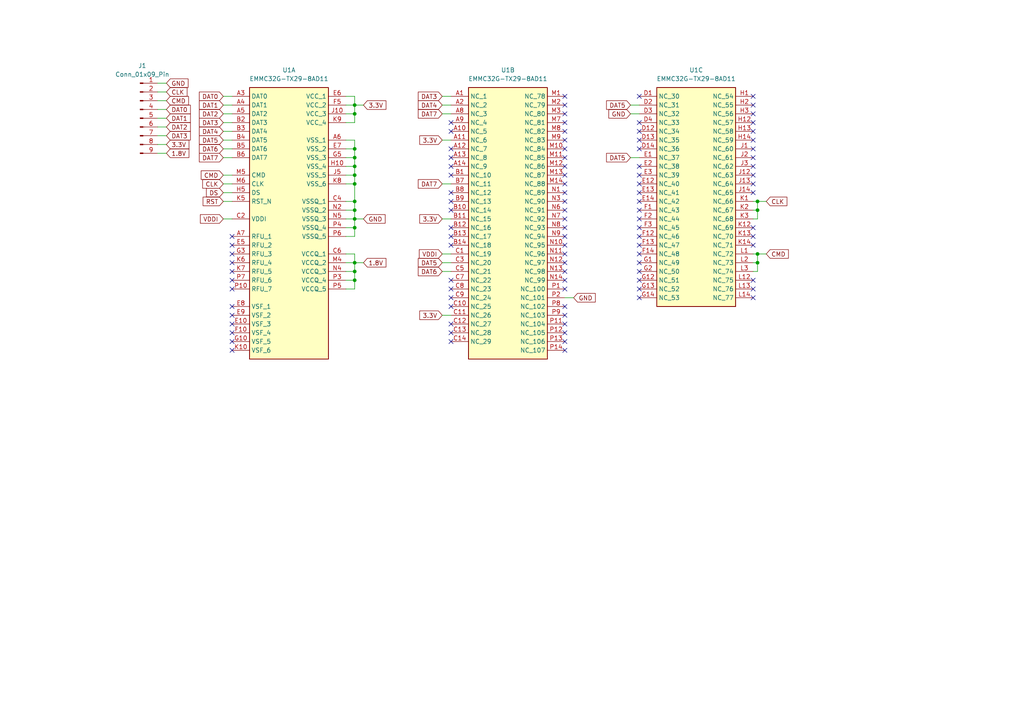
<source format=kicad_sch>
(kicad_sch (version 20231120) (generator "eeschema") (generator_version "8.0")
  (paper "A4")
  (lib_symbols
    (symbol "Connector:Conn_01x09_Pin" (pin_names (offset 1.016) hide)
      (property "Reference" "J" (at 0 12.7 0))
      (property "Value" "Conn_01x09_Pin" (at 0 -12.7 0))
      (symbol "Conn_01x09_Pin_1_1"
        (pin passive line (at 5.08 10.16 180) (length 3.81) (name "Pin_1") (number "1"))
        (pin passive line (at 5.08 7.62 180) (length 3.81) (name "Pin_2") (number "2"))
        (pin passive line (at 5.08 5.08 180) (length 3.81) (name "Pin_3") (number "3"))
        (pin passive line (at 5.08 2.54 180) (length 3.81) (name "Pin_4") (number "4"))
        (pin passive line (at 5.08 0 180) (length 3.81) (name "Pin_5") (number "5"))
        (pin passive line (at 5.08 -2.54 180) (length 3.81) (name "Pin_6") (number "6"))
        (pin passive line (at 5.08 -5.08 180) (length 3.81) (name "Pin_7") (number "7"))
        (pin passive line (at 5.08 -7.62 180) (length 3.81) (name "Pin_8") (number "8"))
        (pin passive line (at 5.08 -10.16 180) (length 3.81) (name "Pin_9") (number "9"))
      )
    )
    (symbol "EMMC32G-Switch-Simplified:EMMC32G-TX29-8AD11"
      (property "Reference" "U" (at -0.254 5.08 0))
      (property "Value" "EMMC32G-TX29-8AD11" (at -0.254 2.54 0))
      (symbol "EMMC32G-TX29-8AD11_1_1"
        (pin passive line (at -5.08 -2.54 0) (length 5.08) (name "DAT0") (number "A3"))
        (pin passive line (at -5.08 -5.08 0) (length 5.08) (name "DAT1") (number "A4"))
        (pin passive line (at -5.08 -7.62 0) (length 5.08) (name "DAT2") (number "A5"))
        (pin passive line (at 27.94 -15.24 180) (length 5.08) (name "VSS_1") (number "A6"))
        (pin passive line (at -5.08 -43.18 0) (length 5.08) (name "RFU_1") (number "A7"))
        (pin passive line (at -5.08 -10.16 0) (length 5.08) (name "DAT3") (number "B2"))
        (pin passive line (at -5.08 -12.7 0) (length 5.08) (name "DAT4") (number "B3"))
        (pin passive line (at -5.08 -15.24 0) (length 5.08) (name "DAT5") (number "B4"))
        (pin passive line (at -5.08 -17.78 0) (length 5.08) (name "DAT6") (number "B5"))
        (pin passive line (at -5.08 -20.32 0) (length 5.08) (name "DAT7") (number "B6"))
        (pin passive line (at -5.08 -38.1 0) (length 5.08) (name "VDDI") (number "C2"))
        (pin passive line (at 27.94 -33.02 180) (length 5.08) (name "VSSQ_1") (number "C4"))
        (pin passive line (at 27.94 -48.26 180) (length 5.08) (name "VCCQ_1") (number "C6"))
        (pin passive line (at -5.08 -68.58 0) (length 5.08) (name "VSF_3") (number "E10"))
        (pin passive line (at -5.08 -45.72 0) (length 5.08) (name "RFU_2") (number "E5"))
        (pin passive line (at 27.94 -2.54 180) (length 5.08) (name "VCC_1") (number "E6"))
        (pin passive line (at 27.94 -17.78 180) (length 5.08) (name "VSS_2") (number "E7"))
        (pin passive line (at -5.08 -63.5 0) (length 5.08) (name "VSF_1") (number "E8"))
        (pin passive line (at -5.08 -66.04 0) (length 5.08) (name "VSF_2") (number "E9"))
        (pin passive line (at -5.08 -71.12 0) (length 5.08) (name "VSF_4") (number "F10"))
        (pin passive line (at 27.94 -5.08 180) (length 5.08) (name "VCC_2") (number "F5"))
        (pin passive line (at -5.08 -73.66 0) (length 5.08) (name "VSF_5") (number "G10"))
        (pin passive line (at -5.08 -48.26 0) (length 5.08) (name "RFU_3") (number "G3"))
        (pin passive line (at 27.94 -20.32 180) (length 5.08) (name "VSS_3") (number "G5"))
        (pin passive line (at 27.94 -22.86 180) (length 5.08) (name "VSS_4") (number "H10"))
        (pin passive line (at -5.08 -30.48 0) (length 5.08) (name "DS") (number "H5"))
        (pin passive line (at 27.94 -7.62 180) (length 5.08) (name "VCC_3") (number "J10"))
        (pin passive line (at 27.94 -25.4 180) (length 5.08) (name "VSS_5") (number "J5"))
        (pin passive line (at -5.08 -76.2 0) (length 5.08) (name "VSF_6") (number "K10"))
        (pin passive line (at -5.08 -33.02 0) (length 5.08) (name "RST_N") (number "K5"))
        (pin passive line (at -5.08 -50.8 0) (length 5.08) (name "RFU_4") (number "K6"))
        (pin passive line (at -5.08 -53.34 0) (length 5.08) (name "RFU_5") (number "K7"))
        (pin passive line (at 27.94 -27.94 180) (length 5.08) (name "VSS_6") (number "K8"))
        (pin passive line (at 27.94 -10.16 180) (length 5.08) (name "VCC_4") (number "K9"))
        (pin passive line (at 27.94 -50.8 180) (length 5.08) (name "VCCQ_2") (number "M4"))
        (pin passive line (at -5.08 -25.4 0) (length 5.08) (name "CMD") (number "M5"))
        (pin passive line (at -5.08 -27.94 0) (length 5.08) (name "CLK") (number "M6"))
        (pin passive line (at 27.94 -35.56 180) (length 5.08) (name "VSSQ_2") (number "N2"))
        (pin passive line (at 27.94 -53.34 180) (length 5.08) (name "VCCQ_3") (number "N4"))
        (pin passive line (at 27.94 -38.1 180) (length 5.08) (name "VSSQ_3") (number "N5"))
        (pin passive line (at -5.08 -58.42 0) (length 5.08) (name "RFU_7") (number "P10"))
        (pin passive line (at 27.94 -55.88 180) (length 5.08) (name "VCCQ_4") (number "P3"))
        (pin passive line (at 27.94 -40.64 180) (length 5.08) (name "VSSQ_4") (number "P4"))
        (pin passive line (at 27.94 -58.42 180) (length 5.08) (name "VCCQ_5") (number "P5"))
        (pin passive line (at 27.94 -43.18 180) (length 5.08) (name "VSSQ_5") (number "P6"))
        (pin passive line (at -5.08 -55.88 0) (length 5.08) (name "RFU_6") (number "P7"))
      )
      (symbol "EMMC32G-TX29-8AD11_2_1"
        (pin passive line (at -5.08 -2.54 0) (length 5.08) (name "NC_1") (number "A1"))
        (pin passive line (at -5.08 -12.7 0) (length 5.08) (name "NC_5") (number "A10"))
        (pin passive line (at -5.08 -15.24 0) (length 5.08) (name "NC_6") (number "A11"))
        (pin passive line (at -5.08 -17.78 0) (length 5.08) (name "NC_7") (number "A12"))
        (pin passive line (at -5.08 -20.32 0) (length 5.08) (name "NC_8") (number "A13"))
        (pin passive line (at -5.08 -22.86 0) (length 5.08) (name "NC_9") (number "A14"))
        (pin passive line (at -5.08 -5.08 0) (length 5.08) (name "NC_2") (number "A2"))
        (pin passive line (at -5.08 -7.62 0) (length 5.08) (name "NC_3") (number "A8"))
        (pin passive line (at -5.08 -10.16 0) (length 5.08) (name "NC_4") (number "A9"))
        (pin passive line (at -5.08 -25.4 0) (length 5.08) (name "NC_10") (number "B1"))
        (pin passive line (at -5.08 -35.56 0) (length 5.08) (name "NC_14") (number "B10"))
        (pin passive line (at -5.08 -38.1 0) (length 5.08) (name "NC_15") (number "B11"))
        (pin passive line (at -5.08 -40.64 0) (length 5.08) (name "NC_16") (number "B12"))
        (pin passive line (at -5.08 -43.18 0) (length 5.08) (name "NC_17") (number "B13"))
        (pin passive line (at -5.08 -45.72 0) (length 5.08) (name "NC_18") (number "B14"))
        (pin passive line (at -5.08 -27.94 0) (length 5.08) (name "NC_11") (number "B7"))
        (pin passive line (at -5.08 -30.48 0) (length 5.08) (name "NC_12") (number "B8"))
        (pin passive line (at -5.08 -33.02 0) (length 5.08) (name "NC_13") (number "B9"))
        (pin passive line (at -5.08 -48.26 0) (length 5.08) (name "NC_19") (number "C1"))
        (pin passive line (at -5.08 -63.5 0) (length 5.08) (name "NC_25") (number "C10"))
        (pin passive line (at -5.08 -66.04 0) (length 5.08) (name "NC_26") (number "C11"))
        (pin passive line (at -5.08 -68.58 0) (length 5.08) (name "NC_27") (number "C12"))
        (pin passive line (at -5.08 -71.12 0) (length 5.08) (name "NC_28") (number "C13"))
        (pin passive line (at -5.08 -73.66 0) (length 5.08) (name "NC_29") (number "C14"))
        (pin passive line (at -5.08 -50.8 0) (length 5.08) (name "NC_20") (number "C3"))
        (pin passive line (at -5.08 -53.34 0) (length 5.08) (name "NC_21") (number "C5"))
        (pin passive line (at -5.08 -55.88 0) (length 5.08) (name "NC_22") (number "C7"))
        (pin passive line (at -5.08 -58.42 0) (length 5.08) (name "NC_23") (number "C8"))
        (pin passive line (at -5.08 -60.96 0) (length 5.08) (name "NC_24") (number "C9"))
        (pin passive line (at 27.94 -2.54 180) (length 5.08) (name "NC_78") (number "M1"))
        (pin passive line (at 27.94 -17.78 180) (length 5.08) (name "NC_84") (number "M10"))
        (pin passive line (at 27.94 -20.32 180) (length 5.08) (name "NC_85") (number "M11"))
        (pin passive line (at 27.94 -22.86 180) (length 5.08) (name "NC_86") (number "M12"))
        (pin passive line (at 27.94 -25.4 180) (length 5.08) (name "NC_87") (number "M13"))
        (pin passive line (at 27.94 -27.94 180) (length 5.08) (name "NC_88") (number "M14"))
        (pin passive line (at 27.94 -5.08 180) (length 5.08) (name "NC_79") (number "M2"))
        (pin passive line (at 27.94 -7.62 180) (length 5.08) (name "NC_80") (number "M3"))
        (pin passive line (at 27.94 -10.16 180) (length 5.08) (name "NC_81") (number "M7"))
        (pin passive line (at 27.94 -12.7 180) (length 5.08) (name "NC_82") (number "M8"))
        (pin passive line (at 27.94 -15.24 180) (length 5.08) (name "NC_83") (number "M9"))
        (pin passive line (at 27.94 -30.48 180) (length 5.08) (name "NC_89") (number "N1"))
        (pin passive line (at 27.94 -45.72 180) (length 5.08) (name "NC_95") (number "N10"))
        (pin passive line (at 27.94 -48.26 180) (length 5.08) (name "NC_96") (number "N11"))
        (pin passive line (at 27.94 -50.8 180) (length 5.08) (name "NC_97") (number "N12"))
        (pin passive line (at 27.94 -53.34 180) (length 5.08) (name "NC_98") (number "N13"))
        (pin passive line (at 27.94 -55.88 180) (length 5.08) (name "NC_99") (number "N14"))
        (pin passive line (at 27.94 -33.02 180) (length 5.08) (name "NC_90") (number "N3"))
        (pin passive line (at 27.94 -35.56 180) (length 5.08) (name "NC_91") (number "N6"))
        (pin passive line (at 27.94 -38.1 180) (length 5.08) (name "NC_92") (number "N7"))
        (pin passive line (at 27.94 -40.64 180) (length 5.08) (name "NC_93") (number "N8"))
        (pin passive line (at 27.94 -43.18 180) (length 5.08) (name "NC_94") (number "N9"))
        (pin passive line (at 27.94 -58.42 180) (length 5.08) (name "NC_100") (number "P1"))
        (pin passive line (at 27.94 -68.58 180) (length 5.08) (name "NC_104") (number "P11"))
        (pin passive line (at 27.94 -71.12 180) (length 5.08) (name "NC_105") (number "P12"))
        (pin passive line (at 27.94 -73.66 180) (length 5.08) (name "NC_106") (number "P13"))
        (pin passive line (at 27.94 -76.2 180) (length 5.08) (name "NC_107") (number "P14"))
        (pin passive line (at 27.94 -60.96 180) (length 5.08) (name "NC_101") (number "P2"))
        (pin passive line (at 27.94 -63.5 180) (length 5.08) (name "NC_102") (number "P8"))
        (pin passive line (at 27.94 -66.04 180) (length 5.08) (name "NC_103") (number "P9"))
      )
      (symbol "EMMC32G-TX29-8AD11_3_1"
        (pin passive line (at -5.08 -2.54 0) (length 5.08) (name "NC_30") (number "D1"))
        (pin passive line (at -5.08 -12.7 0) (length 5.08) (name "NC_34") (number "D12"))
        (pin passive line (at -5.08 -15.24 0) (length 5.08) (name "NC_35") (number "D13"))
        (pin passive line (at -5.08 -17.78 0) (length 5.08) (name "NC_36") (number "D14"))
        (pin passive line (at -5.08 -5.08 0) (length 5.08) (name "NC_31") (number "D2"))
        (pin passive line (at -5.08 -7.62 0) (length 5.08) (name "NC_32") (number "D3"))
        (pin passive line (at -5.08 -10.16 0) (length 5.08) (name "NC_33") (number "D4"))
        (pin passive line (at -5.08 -20.32 0) (length 5.08) (name "NC_37") (number "E1"))
        (pin passive line (at -5.08 -27.94 0) (length 5.08) (name "NC_40") (number "E12"))
        (pin passive line (at -5.08 -30.48 0) (length 5.08) (name "NC_41") (number "E13"))
        (pin passive line (at -5.08 -33.02 0) (length 5.08) (name "NC_42") (number "E14"))
        (pin passive line (at -5.08 -22.86 0) (length 5.08) (name "NC_38") (number "E2"))
        (pin passive line (at -5.08 -25.4 0) (length 5.08) (name "NC_39") (number "E3"))
        (pin passive line (at -5.08 -35.56 0) (length 5.08) (name "NC_43") (number "F1"))
        (pin passive line (at -5.08 -43.18 0) (length 5.08) (name "NC_46") (number "F12"))
        (pin passive line (at -5.08 -45.72 0) (length 5.08) (name "NC_47") (number "F13"))
        (pin passive line (at -5.08 -48.26 0) (length 5.08) (name "NC_48") (number "F14"))
        (pin passive line (at -5.08 -38.1 0) (length 5.08) (name "NC_44") (number "F2"))
        (pin passive line (at -5.08 -40.64 0) (length 5.08) (name "NC_45") (number "F3"))
        (pin passive line (at -5.08 -50.8 0) (length 5.08) (name "NC_49") (number "G1"))
        (pin passive line (at -5.08 -55.88 0) (length 5.08) (name "NC_51") (number "G12"))
        (pin passive line (at -5.08 -58.42 0) (length 5.08) (name "NC_52") (number "G13"))
        (pin passive line (at -5.08 -60.96 0) (length 5.08) (name "NC_53") (number "G14"))
        (pin passive line (at -5.08 -53.34 0) (length 5.08) (name "NC_50") (number "G2"))
        (pin passive line (at 27.94 -2.54 180) (length 5.08) (name "NC_54") (number "H1"))
        (pin passive line (at 27.94 -10.16 180) (length 5.08) (name "NC_57") (number "H12"))
        (pin passive line (at 27.94 -12.7 180) (length 5.08) (name "NC_58") (number "H13"))
        (pin passive line (at 27.94 -15.24 180) (length 5.08) (name "NC_59") (number "H14"))
        (pin passive line (at 27.94 -5.08 180) (length 5.08) (name "NC_55") (number "H2"))
        (pin passive line (at 27.94 -7.62 180) (length 5.08) (name "NC_56") (number "H3"))
        (pin passive line (at 27.94 -17.78 180) (length 5.08) (name "NC_60") (number "J1"))
        (pin passive line (at 27.94 -25.4 180) (length 5.08) (name "NC_63") (number "J12"))
        (pin passive line (at 27.94 -27.94 180) (length 5.08) (name "NC_64") (number "J13"))
        (pin passive line (at 27.94 -30.48 180) (length 5.08) (name "NC_65") (number "J14"))
        (pin passive line (at 27.94 -20.32 180) (length 5.08) (name "NC_61") (number "J2"))
        (pin passive line (at 27.94 -22.86 180) (length 5.08) (name "NC_62") (number "J3"))
        (pin passive line (at 27.94 -33.02 180) (length 5.08) (name "NC_66") (number "K1"))
        (pin passive line (at 27.94 -40.64 180) (length 5.08) (name "NC_69") (number "K12"))
        (pin passive line (at 27.94 -43.18 180) (length 5.08) (name "NC_70") (number "K13"))
        (pin passive line (at 27.94 -45.72 180) (length 5.08) (name "NC_71") (number "K14"))
        (pin passive line (at 27.94 -35.56 180) (length 5.08) (name "NC_67") (number "K2"))
        (pin passive line (at 27.94 -38.1 180) (length 5.08) (name "NC_68") (number "K3"))
        (pin passive line (at 27.94 -48.26 180) (length 5.08) (name "NC_72") (number "L1"))
        (pin passive line (at 27.94 -55.88 180) (length 5.08) (name "NC_75") (number "L12"))
        (pin passive line (at 27.94 -58.42 180) (length 5.08) (name "NC_76") (number "L13"))
        (pin passive line (at 27.94 -60.96 180) (length 5.08) (name "NC_77") (number "L14"))
        (pin passive line (at 27.94 -50.8 180) (length 5.08) (name "NC_73") (number "L2"))
        (pin passive line (at 27.94 -53.34 180) (length 5.08) (name "NC_74") (number "L3"))
      )
    )
    (symbol "EMMC32G-TX29-8AD11_1"
      (property "Reference" "U" (at -0.254 5.08 0))
      (property "Value" "EMMC32G-TX29-8AD11" (at -0.254 2.54 0))
      (symbol "EMMC32G-TX29-8AD11_1_1_1"
        (pin passive line (at -5.08 -2.54 0) (length 5.08) (name "DAT0") (number "A3"))
        (pin passive line (at -5.08 -5.08 0) (length 5.08) (name "DAT1") (number "A4"))
        (pin passive line (at -5.08 -7.62 0) (length 5.08) (name "DAT2") (number "A5"))
        (pin passive line (at 27.94 -15.24 180) (length 5.08) (name "VSS_1") (number "A6"))
        (pin passive line (at -5.08 -43.18 0) (length 5.08) (name "RFU_1") (number "A7"))
        (pin passive line (at -5.08 -10.16 0) (length 5.08) (name "DAT3") (number "B2"))
        (pin passive line (at -5.08 -12.7 0) (length 5.08) (name "DAT4") (number "B3"))
        (pin passive line (at -5.08 -15.24 0) (length 5.08) (name "DAT5") (number "B4"))
        (pin passive line (at -5.08 -17.78 0) (length 5.08) (name "DAT6") (number "B5"))
        (pin passive line (at -5.08 -20.32 0) (length 5.08) (name "DAT7") (number "B6"))
        (pin passive line (at -5.08 -38.1 0) (length 5.08) (name "VDDI") (number "C2"))
        (pin passive line (at 27.94 -33.02 180) (length 5.08) (name "VSSQ_1") (number "C4"))
        (pin passive line (at 27.94 -48.26 180) (length 5.08) (name "VCCQ_1") (number "C6"))
        (pin passive line (at -5.08 -68.58 0) (length 5.08) (name "VSF_3") (number "E10"))
        (pin passive line (at -5.08 -45.72 0) (length 5.08) (name "RFU_2") (number "E5"))
        (pin passive line (at 27.94 -2.54 180) (length 5.08) (name "VCC_1") (number "E6"))
        (pin passive line (at 27.94 -17.78 180) (length 5.08) (name "VSS_2") (number "E7"))
        (pin passive line (at -5.08 -63.5 0) (length 5.08) (name "VSF_1") (number "E8"))
        (pin passive line (at -5.08 -66.04 0) (length 5.08) (name "VSF_2") (number "E9"))
        (pin passive line (at -5.08 -71.12 0) (length 5.08) (name "VSF_4") (number "F10"))
        (pin passive line (at 27.94 -5.08 180) (length 5.08) (name "VCC_2") (number "F5"))
        (pin passive line (at -5.08 -73.66 0) (length 5.08) (name "VSF_5") (number "G10"))
        (pin passive line (at -5.08 -48.26 0) (length 5.08) (name "RFU_3") (number "G3"))
        (pin passive line (at 27.94 -20.32 180) (length 5.08) (name "VSS_3") (number "G5"))
        (pin passive line (at 27.94 -22.86 180) (length 5.08) (name "VSS_4") (number "H10"))
        (pin passive line (at -5.08 -30.48 0) (length 5.08) (name "DS") (number "H5"))
        (pin passive line (at 27.94 -7.62 180) (length 5.08) (name "VCC_3") (number "J10"))
        (pin passive line (at 27.94 -25.4 180) (length 5.08) (name "VSS_5") (number "J5"))
        (pin passive line (at -5.08 -76.2 0) (length 5.08) (name "VSF_6") (number "K10"))
        (pin passive line (at -5.08 -33.02 0) (length 5.08) (name "RST_N") (number "K5"))
        (pin passive line (at -5.08 -50.8 0) (length 5.08) (name "RFU_4") (number "K6"))
        (pin passive line (at -5.08 -53.34 0) (length 5.08) (name "RFU_5") (number "K7"))
        (pin passive line (at 27.94 -27.94 180) (length 5.08) (name "VSS_6") (number "K8"))
        (pin passive line (at 27.94 -10.16 180) (length 5.08) (name "VCC_4") (number "K9"))
        (pin passive line (at 27.94 -50.8 180) (length 5.08) (name "VCCQ_2") (number "M4"))
        (pin passive line (at -5.08 -25.4 0) (length 5.08) (name "CMD") (number "M5"))
        (pin passive line (at -5.08 -27.94 0) (length 5.08) (name "CLK") (number "M6"))
        (pin passive line (at 27.94 -35.56 180) (length 5.08) (name "VSSQ_2") (number "N2"))
        (pin passive line (at 27.94 -53.34 180) (length 5.08) (name "VCCQ_3") (number "N4"))
        (pin passive line (at 27.94 -38.1 180) (length 5.08) (name "VSSQ_3") (number "N5"))
        (pin passive line (at -5.08 -58.42 0) (length 5.08) (name "RFU_7") (number "P10"))
        (pin passive line (at 27.94 -55.88 180) (length 5.08) (name "VCCQ_4") (number "P3"))
        (pin passive line (at 27.94 -40.64 180) (length 5.08) (name "VSSQ_4") (number "P4"))
        (pin passive line (at 27.94 -58.42 180) (length 5.08) (name "VCCQ_5") (number "P5"))
        (pin passive line (at 27.94 -43.18 180) (length 5.08) (name "VSSQ_5") (number "P6"))
        (pin passive line (at -5.08 -55.88 0) (length 5.08) (name "RFU_6") (number "P7"))
      )
      (symbol "EMMC32G-TX29-8AD11_1_2_1"
        (pin passive line (at -5.08 -2.54 0) (length 5.08) (name "NC_1") (number "A1"))
        (pin passive line (at -5.08 -12.7 0) (length 5.08) (name "NC_5") (number "A10"))
        (pin passive line (at -5.08 -15.24 0) (length 5.08) (name "NC_6") (number "A11"))
        (pin passive line (at -5.08 -17.78 0) (length 5.08) (name "NC_7") (number "A12"))
        (pin passive line (at -5.08 -20.32 0) (length 5.08) (name "NC_8") (number "A13"))
        (pin passive line (at -5.08 -22.86 0) (length 5.08) (name "NC_9") (number "A14"))
        (pin passive line (at -5.08 -5.08 0) (length 5.08) (name "NC_2") (number "A2"))
        (pin passive line (at -5.08 -7.62 0) (length 5.08) (name "NC_3") (number "A8"))
        (pin passive line (at -5.08 -10.16 0) (length 5.08) (name "NC_4") (number "A9"))
        (pin passive line (at -5.08 -25.4 0) (length 5.08) (name "NC_10") (number "B1"))
        (pin passive line (at -5.08 -35.56 0) (length 5.08) (name "NC_14") (number "B10"))
        (pin passive line (at -5.08 -38.1 0) (length 5.08) (name "NC_15") (number "B11"))
        (pin passive line (at -5.08 -40.64 0) (length 5.08) (name "NC_16") (number "B12"))
        (pin passive line (at -5.08 -43.18 0) (length 5.08) (name "NC_17") (number "B13"))
        (pin passive line (at -5.08 -45.72 0) (length 5.08) (name "NC_18") (number "B14"))
        (pin passive line (at -5.08 -27.94 0) (length 5.08) (name "NC_11") (number "B7"))
        (pin passive line (at -5.08 -30.48 0) (length 5.08) (name "NC_12") (number "B8"))
        (pin passive line (at -5.08 -33.02 0) (length 5.08) (name "NC_13") (number "B9"))
        (pin passive line (at -5.08 -48.26 0) (length 5.08) (name "NC_19") (number "C1"))
        (pin passive line (at -5.08 -63.5 0) (length 5.08) (name "NC_25") (number "C10"))
        (pin passive line (at -5.08 -66.04 0) (length 5.08) (name "NC_26") (number "C11"))
        (pin passive line (at -5.08 -68.58 0) (length 5.08) (name "NC_27") (number "C12"))
        (pin passive line (at -5.08 -71.12 0) (length 5.08) (name "NC_28") (number "C13"))
        (pin passive line (at -5.08 -73.66 0) (length 5.08) (name "NC_29") (number "C14"))
        (pin passive line (at -5.08 -50.8 0) (length 5.08) (name "NC_20") (number "C3"))
        (pin passive line (at -5.08 -53.34 0) (length 5.08) (name "NC_21") (number "C5"))
        (pin passive line (at -5.08 -55.88 0) (length 5.08) (name "NC_22") (number "C7"))
        (pin passive line (at -5.08 -58.42 0) (length 5.08) (name "NC_23") (number "C8"))
        (pin passive line (at -5.08 -60.96 0) (length 5.08) (name "NC_24") (number "C9"))
        (pin passive line (at 27.94 -2.54 180) (length 5.08) (name "NC_78") (number "M1"))
        (pin passive line (at 27.94 -17.78 180) (length 5.08) (name "NC_84") (number "M10"))
        (pin passive line (at 27.94 -20.32 180) (length 5.08) (name "NC_85") (number "M11"))
        (pin passive line (at 27.94 -22.86 180) (length 5.08) (name "NC_86") (number "M12"))
        (pin passive line (at 27.94 -25.4 180) (length 5.08) (name "NC_87") (number "M13"))
        (pin passive line (at 27.94 -27.94 180) (length 5.08) (name "NC_88") (number "M14"))
        (pin passive line (at 27.94 -5.08 180) (length 5.08) (name "NC_79") (number "M2"))
        (pin passive line (at 27.94 -7.62 180) (length 5.08) (name "NC_80") (number "M3"))
        (pin passive line (at 27.94 -10.16 180) (length 5.08) (name "NC_81") (number "M7"))
        (pin passive line (at 27.94 -12.7 180) (length 5.08) (name "NC_82") (number "M8"))
        (pin passive line (at 27.94 -15.24 180) (length 5.08) (name "NC_83") (number "M9"))
        (pin passive line (at 27.94 -30.48 180) (length 5.08) (name "NC_89") (number "N1"))
        (pin passive line (at 27.94 -45.72 180) (length 5.08) (name "NC_95") (number "N10"))
        (pin passive line (at 27.94 -48.26 180) (length 5.08) (name "NC_96") (number "N11"))
        (pin passive line (at 27.94 -50.8 180) (length 5.08) (name "NC_97") (number "N12"))
        (pin passive line (at 27.94 -53.34 180) (length 5.08) (name "NC_98") (number "N13"))
        (pin passive line (at 27.94 -55.88 180) (length 5.08) (name "NC_99") (number "N14"))
        (pin passive line (at 27.94 -33.02 180) (length 5.08) (name "NC_90") (number "N3"))
        (pin passive line (at 27.94 -35.56 180) (length 5.08) (name "NC_91") (number "N6"))
        (pin passive line (at 27.94 -38.1 180) (length 5.08) (name "NC_92") (number "N7"))
        (pin passive line (at 27.94 -40.64 180) (length 5.08) (name "NC_93") (number "N8"))
        (pin passive line (at 27.94 -43.18 180) (length 5.08) (name "NC_94") (number "N9"))
        (pin passive line (at 27.94 -58.42 180) (length 5.08) (name "NC_100") (number "P1"))
        (pin passive line (at 27.94 -68.58 180) (length 5.08) (name "NC_104") (number "P11"))
        (pin passive line (at 27.94 -71.12 180) (length 5.08) (name "NC_105") (number "P12"))
        (pin passive line (at 27.94 -73.66 180) (length 5.08) (name "NC_106") (number "P13"))
        (pin passive line (at 27.94 -76.2 180) (length 5.08) (name "NC_107") (number "P14"))
        (pin passive line (at 27.94 -60.96 180) (length 5.08) (name "NC_101") (number "P2"))
        (pin passive line (at 27.94 -63.5 180) (length 5.08) (name "NC_102") (number "P8"))
        (pin passive line (at 27.94 -66.04 180) (length 5.08) (name "NC_103") (number "P9"))
      )
      (symbol "EMMC32G-TX29-8AD11_1_3_1"
        (pin passive line (at -5.08 -2.54 0) (length 5.08) (name "NC_30") (number "D1"))
        (pin passive line (at -5.08 -12.7 0) (length 5.08) (name "NC_34") (number "D12"))
        (pin passive line (at -5.08 -15.24 0) (length 5.08) (name "NC_35") (number "D13"))
        (pin passive line (at -5.08 -17.78 0) (length 5.08) (name "NC_36") (number "D14"))
        (pin passive line (at -5.08 -5.08 0) (length 5.08) (name "NC_31") (number "D2"))
        (pin passive line (at -5.08 -7.62 0) (length 5.08) (name "NC_32") (number "D3"))
        (pin passive line (at -5.08 -10.16 0) (length 5.08) (name "NC_33") (number "D4"))
        (pin passive line (at -5.08 -20.32 0) (length 5.08) (name "NC_37") (number "E1"))
        (pin passive line (at -5.08 -27.94 0) (length 5.08) (name "NC_40") (number "E12"))
        (pin passive line (at -5.08 -30.48 0) (length 5.08) (name "NC_41") (number "E13"))
        (pin passive line (at -5.08 -33.02 0) (length 5.08) (name "NC_42") (number "E14"))
        (pin passive line (at -5.08 -22.86 0) (length 5.08) (name "NC_38") (number "E2"))
        (pin passive line (at -5.08 -25.4 0) (length 5.08) (name "NC_39") (number "E3"))
        (pin passive line (at -5.08 -35.56 0) (length 5.08) (name "NC_43") (number "F1"))
        (pin passive line (at -5.08 -43.18 0) (length 5.08) (name "NC_46") (number "F12"))
        (pin passive line (at -5.08 -45.72 0) (length 5.08) (name "NC_47") (number "F13"))
        (pin passive line (at -5.08 -48.26 0) (length 5.08) (name "NC_48") (number "F14"))
        (pin passive line (at -5.08 -38.1 0) (length 5.08) (name "NC_44") (number "F2"))
        (pin passive line (at -5.08 -40.64 0) (length 5.08) (name "NC_45") (number "F3"))
        (pin passive line (at -5.08 -50.8 0) (length 5.08) (name "NC_49") (number "G1"))
        (pin passive line (at -5.08 -55.88 0) (length 5.08) (name "NC_51") (number "G12"))
        (pin passive line (at -5.08 -58.42 0) (length 5.08) (name "NC_52") (number "G13"))
        (pin passive line (at -5.08 -60.96 0) (length 5.08) (name "NC_53") (number "G14"))
        (pin passive line (at -5.08 -53.34 0) (length 5.08) (name "NC_50") (number "G2"))
        (pin passive line (at 27.94 -2.54 180) (length 5.08) (name "NC_54") (number "H1"))
        (pin passive line (at 27.94 -10.16 180) (length 5.08) (name "NC_57") (number "H12"))
        (pin passive line (at 27.94 -12.7 180) (length 5.08) (name "NC_58") (number "H13"))
        (pin passive line (at 27.94 -15.24 180) (length 5.08) (name "NC_59") (number "H14"))
        (pin passive line (at 27.94 -5.08 180) (length 5.08) (name "NC_55") (number "H2"))
        (pin passive line (at 27.94 -7.62 180) (length 5.08) (name "NC_56") (number "H3"))
        (pin passive line (at 27.94 -17.78 180) (length 5.08) (name "NC_60") (number "J1"))
        (pin passive line (at 27.94 -25.4 180) (length 5.08) (name "NC_63") (number "J12"))
        (pin passive line (at 27.94 -27.94 180) (length 5.08) (name "NC_64") (number "J13"))
        (pin passive line (at 27.94 -30.48 180) (length 5.08) (name "NC_65") (number "J14"))
        (pin passive line (at 27.94 -20.32 180) (length 5.08) (name "NC_61") (number "J2"))
        (pin passive line (at 27.94 -22.86 180) (length 5.08) (name "NC_62") (number "J3"))
        (pin passive line (at 27.94 -33.02 180) (length 5.08) (name "NC_66") (number "K1"))
        (pin passive line (at 27.94 -40.64 180) (length 5.08) (name "NC_69") (number "K12"))
        (pin passive line (at 27.94 -43.18 180) (length 5.08) (name "NC_70") (number "K13"))
        (pin passive line (at 27.94 -45.72 180) (length 5.08) (name "NC_71") (number "K14"))
        (pin passive line (at 27.94 -35.56 180) (length 5.08) (name "NC_67") (number "K2"))
        (pin passive line (at 27.94 -38.1 180) (length 5.08) (name "NC_68") (number "K3"))
        (pin passive line (at 27.94 -48.26 180) (length 5.08) (name "NC_72") (number "L1"))
        (pin passive line (at 27.94 -55.88 180) (length 5.08) (name "NC_75") (number "L12"))
        (pin passive line (at 27.94 -58.42 180) (length 5.08) (name "NC_76") (number "L13"))
        (pin passive line (at 27.94 -60.96 180) (length 5.08) (name "NC_77") (number "L14"))
        (pin passive line (at 27.94 -50.8 180) (length 5.08) (name "NC_73") (number "L2"))
        (pin passive line (at 27.94 -53.34 180) (length 5.08) (name "NC_74") (number "L3"))
      )
    )
    (symbol "EMMC32G-TX29-8AD11_2"
      (property "Reference" "U" (at -0.254 5.08 0))
      (property "Value" "EMMC32G-TX29-8AD11" (at -0.254 2.54 0))
      (symbol "EMMC32G-TX29-8AD11_2_1_1"
        (pin passive line (at -5.08 -2.54 0) (length 5.08) (name "DAT0") (number "A3"))
        (pin passive line (at -5.08 -5.08 0) (length 5.08) (name "DAT1") (number "A4"))
        (pin passive line (at -5.08 -7.62 0) (length 5.08) (name "DAT2") (number "A5"))
        (pin passive line (at 27.94 -15.24 180) (length 5.08) (name "VSS_1") (number "A6"))
        (pin passive line (at -5.08 -43.18 0) (length 5.08) (name "RFU_1") (number "A7"))
        (pin passive line (at -5.08 -10.16 0) (length 5.08) (name "DAT3") (number "B2"))
        (pin passive line (at -5.08 -12.7 0) (length 5.08) (name "DAT4") (number "B3"))
        (pin passive line (at -5.08 -15.24 0) (length 5.08) (name "DAT5") (number "B4"))
        (pin passive line (at -5.08 -17.78 0) (length 5.08) (name "DAT6") (number "B5"))
        (pin passive line (at -5.08 -20.32 0) (length 5.08) (name "DAT7") (number "B6"))
        (pin passive line (at -5.08 -38.1 0) (length 5.08) (name "VDDI") (number "C2"))
        (pin passive line (at 27.94 -33.02 180) (length 5.08) (name "VSSQ_1") (number "C4"))
        (pin passive line (at 27.94 -48.26 180) (length 5.08) (name "VCCQ_1") (number "C6"))
        (pin passive line (at -5.08 -68.58 0) (length 5.08) (name "VSF_3") (number "E10"))
        (pin passive line (at -5.08 -45.72 0) (length 5.08) (name "RFU_2") (number "E5"))
        (pin passive line (at 27.94 -2.54 180) (length 5.08) (name "VCC_1") (number "E6"))
        (pin passive line (at 27.94 -17.78 180) (length 5.08) (name "VSS_2") (number "E7"))
        (pin passive line (at -5.08 -63.5 0) (length 5.08) (name "VSF_1") (number "E8"))
        (pin passive line (at -5.08 -66.04 0) (length 5.08) (name "VSF_2") (number "E9"))
        (pin passive line (at -5.08 -71.12 0) (length 5.08) (name "VSF_4") (number "F10"))
        (pin passive line (at 27.94 -5.08 180) (length 5.08) (name "VCC_2") (number "F5"))
        (pin passive line (at -5.08 -73.66 0) (length 5.08) (name "VSF_5") (number "G10"))
        (pin passive line (at -5.08 -48.26 0) (length 5.08) (name "RFU_3") (number "G3"))
        (pin passive line (at 27.94 -20.32 180) (length 5.08) (name "VSS_3") (number "G5"))
        (pin passive line (at 27.94 -22.86 180) (length 5.08) (name "VSS_4") (number "H10"))
        (pin passive line (at -5.08 -30.48 0) (length 5.08) (name "DS") (number "H5"))
        (pin passive line (at 27.94 -7.62 180) (length 5.08) (name "VCC_3") (number "J10"))
        (pin passive line (at 27.94 -25.4 180) (length 5.08) (name "VSS_5") (number "J5"))
        (pin passive line (at -5.08 -76.2 0) (length 5.08) (name "VSF_6") (number "K10"))
        (pin passive line (at -5.08 -33.02 0) (length 5.08) (name "RST_N") (number "K5"))
        (pin passive line (at -5.08 -50.8 0) (length 5.08) (name "RFU_4") (number "K6"))
        (pin passive line (at -5.08 -53.34 0) (length 5.08) (name "RFU_5") (number "K7"))
        (pin passive line (at 27.94 -27.94 180) (length 5.08) (name "VSS_6") (number "K8"))
        (pin passive line (at 27.94 -10.16 180) (length 5.08) (name "VCC_4") (number "K9"))
        (pin passive line (at 27.94 -50.8 180) (length 5.08) (name "VCCQ_2") (number "M4"))
        (pin passive line (at -5.08 -25.4 0) (length 5.08) (name "CMD") (number "M5"))
        (pin passive line (at -5.08 -27.94 0) (length 5.08) (name "CLK") (number "M6"))
        (pin passive line (at 27.94 -35.56 180) (length 5.08) (name "VSSQ_2") (number "N2"))
        (pin passive line (at 27.94 -53.34 180) (length 5.08) (name "VCCQ_3") (number "N4"))
        (pin passive line (at 27.94 -38.1 180) (length 5.08) (name "VSSQ_3") (number "N5"))
        (pin passive line (at -5.08 -58.42 0) (length 5.08) (name "RFU_7") (number "P10"))
        (pin passive line (at 27.94 -55.88 180) (length 5.08) (name "VCCQ_4") (number "P3"))
        (pin passive line (at 27.94 -40.64 180) (length 5.08) (name "VSSQ_4") (number "P4"))
        (pin passive line (at 27.94 -58.42 180) (length 5.08) (name "VCCQ_5") (number "P5"))
        (pin passive line (at 27.94 -43.18 180) (length 5.08) (name "VSSQ_5") (number "P6"))
        (pin passive line (at -5.08 -55.88 0) (length 5.08) (name "RFU_6") (number "P7"))
      )
      (symbol "EMMC32G-TX29-8AD11_2_2_1"
        (pin passive line (at -5.08 -2.54 0) (length 5.08) (name "NC_1") (number "A1"))
        (pin passive line (at -5.08 -12.7 0) (length 5.08) (name "NC_5") (number "A10"))
        (pin passive line (at -5.08 -15.24 0) (length 5.08) (name "NC_6") (number "A11"))
        (pin passive line (at -5.08 -17.78 0) (length 5.08) (name "NC_7") (number "A12"))
        (pin passive line (at -5.08 -20.32 0) (length 5.08) (name "NC_8") (number "A13"))
        (pin passive line (at -5.08 -22.86 0) (length 5.08) (name "NC_9") (number "A14"))
        (pin passive line (at -5.08 -5.08 0) (length 5.08) (name "NC_2") (number "A2"))
        (pin passive line (at -5.08 -7.62 0) (length 5.08) (name "NC_3") (number "A8"))
        (pin passive line (at -5.08 -10.16 0) (length 5.08) (name "NC_4") (number "A9"))
        (pin passive line (at -5.08 -25.4 0) (length 5.08) (name "NC_10") (number "B1"))
        (pin passive line (at -5.08 -35.56 0) (length 5.08) (name "NC_14") (number "B10"))
        (pin passive line (at -5.08 -38.1 0) (length 5.08) (name "NC_15") (number "B11"))
        (pin passive line (at -5.08 -40.64 0) (length 5.08) (name "NC_16") (number "B12"))
        (pin passive line (at -5.08 -43.18 0) (length 5.08) (name "NC_17") (number "B13"))
        (pin passive line (at -5.08 -45.72 0) (length 5.08) (name "NC_18") (number "B14"))
        (pin passive line (at -5.08 -27.94 0) (length 5.08) (name "NC_11") (number "B7"))
        (pin passive line (at -5.08 -30.48 0) (length 5.08) (name "NC_12") (number "B8"))
        (pin passive line (at -5.08 -33.02 0) (length 5.08) (name "NC_13") (number "B9"))
        (pin passive line (at -5.08 -48.26 0) (length 5.08) (name "NC_19") (number "C1"))
        (pin passive line (at -5.08 -63.5 0) (length 5.08) (name "NC_25") (number "C10"))
        (pin passive line (at -5.08 -66.04 0) (length 5.08) (name "NC_26") (number "C11"))
        (pin passive line (at -5.08 -68.58 0) (length 5.08) (name "NC_27") (number "C12"))
        (pin passive line (at -5.08 -71.12 0) (length 5.08) (name "NC_28") (number "C13"))
        (pin passive line (at -5.08 -73.66 0) (length 5.08) (name "NC_29") (number "C14"))
        (pin passive line (at -5.08 -50.8 0) (length 5.08) (name "NC_20") (number "C3"))
        (pin passive line (at -5.08 -53.34 0) (length 5.08) (name "NC_21") (number "C5"))
        (pin passive line (at -5.08 -55.88 0) (length 5.08) (name "NC_22") (number "C7"))
        (pin passive line (at -5.08 -58.42 0) (length 5.08) (name "NC_23") (number "C8"))
        (pin passive line (at -5.08 -60.96 0) (length 5.08) (name "NC_24") (number "C9"))
        (pin passive line (at 27.94 -2.54 180) (length 5.08) (name "NC_78") (number "M1"))
        (pin passive line (at 27.94 -17.78 180) (length 5.08) (name "NC_84") (number "M10"))
        (pin passive line (at 27.94 -20.32 180) (length 5.08) (name "NC_85") (number "M11"))
        (pin passive line (at 27.94 -22.86 180) (length 5.08) (name "NC_86") (number "M12"))
        (pin passive line (at 27.94 -25.4 180) (length 5.08) (name "NC_87") (number "M13"))
        (pin passive line (at 27.94 -27.94 180) (length 5.08) (name "NC_88") (number "M14"))
        (pin passive line (at 27.94 -5.08 180) (length 5.08) (name "NC_79") (number "M2"))
        (pin passive line (at 27.94 -7.62 180) (length 5.08) (name "NC_80") (number "M3"))
        (pin passive line (at 27.94 -10.16 180) (length 5.08) (name "NC_81") (number "M7"))
        (pin passive line (at 27.94 -12.7 180) (length 5.08) (name "NC_82") (number "M8"))
        (pin passive line (at 27.94 -15.24 180) (length 5.08) (name "NC_83") (number "M9"))
        (pin passive line (at 27.94 -30.48 180) (length 5.08) (name "NC_89") (number "N1"))
        (pin passive line (at 27.94 -45.72 180) (length 5.08) (name "NC_95") (number "N10"))
        (pin passive line (at 27.94 -48.26 180) (length 5.08) (name "NC_96") (number "N11"))
        (pin passive line (at 27.94 -50.8 180) (length 5.08) (name "NC_97") (number "N12"))
        (pin passive line (at 27.94 -53.34 180) (length 5.08) (name "NC_98") (number "N13"))
        (pin passive line (at 27.94 -55.88 180) (length 5.08) (name "NC_99") (number "N14"))
        (pin passive line (at 27.94 -33.02 180) (length 5.08) (name "NC_90") (number "N3"))
        (pin passive line (at 27.94 -35.56 180) (length 5.08) (name "NC_91") (number "N6"))
        (pin passive line (at 27.94 -38.1 180) (length 5.08) (name "NC_92") (number "N7"))
        (pin passive line (at 27.94 -40.64 180) (length 5.08) (name "NC_93") (number "N8"))
        (pin passive line (at 27.94 -43.18 180) (length 5.08) (name "NC_94") (number "N9"))
        (pin passive line (at 27.94 -58.42 180) (length 5.08) (name "NC_100") (number "P1"))
        (pin passive line (at 27.94 -68.58 180) (length 5.08) (name "NC_104") (number "P11"))
        (pin passive line (at 27.94 -71.12 180) (length 5.08) (name "NC_105") (number "P12"))
        (pin passive line (at 27.94 -73.66 180) (length 5.08) (name "NC_106") (number "P13"))
        (pin passive line (at 27.94 -76.2 180) (length 5.08) (name "NC_107") (number "P14"))
        (pin passive line (at 27.94 -60.96 180) (length 5.08) (name "NC_101") (number "P2"))
        (pin passive line (at 27.94 -63.5 180) (length 5.08) (name "NC_102") (number "P8"))
        (pin passive line (at 27.94 -66.04 180) (length 5.08) (name "NC_103") (number "P9"))
      )
      (symbol "EMMC32G-TX29-8AD11_2_3_1"
        (pin passive line (at -5.08 -2.54 0) (length 5.08) (name "NC_30") (number "D1"))
        (pin passive line (at -5.08 -12.7 0) (length 5.08) (name "NC_34") (number "D12"))
        (pin passive line (at -5.08 -15.24 0) (length 5.08) (name "NC_35") (number "D13"))
        (pin passive line (at -5.08 -17.78 0) (length 5.08) (name "NC_36") (number "D14"))
        (pin passive line (at -5.08 -5.08 0) (length 5.08) (name "NC_31") (number "D2"))
        (pin passive line (at -5.08 -7.62 0) (length 5.08) (name "NC_32") (number "D3"))
        (pin passive line (at -5.08 -10.16 0) (length 5.08) (name "NC_33") (number "D4"))
        (pin passive line (at -5.08 -20.32 0) (length 5.08) (name "NC_37") (number "E1"))
        (pin passive line (at -5.08 -27.94 0) (length 5.08) (name "NC_40") (number "E12"))
        (pin passive line (at -5.08 -30.48 0) (length 5.08) (name "NC_41") (number "E13"))
        (pin passive line (at -5.08 -33.02 0) (length 5.08) (name "NC_42") (number "E14"))
        (pin passive line (at -5.08 -22.86 0) (length 5.08) (name "NC_38") (number "E2"))
        (pin passive line (at -5.08 -25.4 0) (length 5.08) (name "NC_39") (number "E3"))
        (pin passive line (at -5.08 -35.56 0) (length 5.08) (name "NC_43") (number "F1"))
        (pin passive line (at -5.08 -43.18 0) (length 5.08) (name "NC_46") (number "F12"))
        (pin passive line (at -5.08 -45.72 0) (length 5.08) (name "NC_47") (number "F13"))
        (pin passive line (at -5.08 -48.26 0) (length 5.08) (name "NC_48") (number "F14"))
        (pin passive line (at -5.08 -38.1 0) (length 5.08) (name "NC_44") (number "F2"))
        (pin passive line (at -5.08 -40.64 0) (length 5.08) (name "NC_45") (number "F3"))
        (pin passive line (at -5.08 -50.8 0) (length 5.08) (name "NC_49") (number "G1"))
        (pin passive line (at -5.08 -55.88 0) (length 5.08) (name "NC_51") (number "G12"))
        (pin passive line (at -5.08 -58.42 0) (length 5.08) (name "NC_52") (number "G13"))
        (pin passive line (at -5.08 -60.96 0) (length 5.08) (name "NC_53") (number "G14"))
        (pin passive line (at -5.08 -53.34 0) (length 5.08) (name "NC_50") (number "G2"))
        (pin passive line (at 27.94 -2.54 180) (length 5.08) (name "NC_54") (number "H1"))
        (pin passive line (at 27.94 -10.16 180) (length 5.08) (name "NC_57") (number "H12"))
        (pin passive line (at 27.94 -12.7 180) (length 5.08) (name "NC_58") (number "H13"))
        (pin passive line (at 27.94 -15.24 180) (length 5.08) (name "NC_59") (number "H14"))
        (pin passive line (at 27.94 -5.08 180) (length 5.08) (name "NC_55") (number "H2"))
        (pin passive line (at 27.94 -7.62 180) (length 5.08) (name "NC_56") (number "H3"))
        (pin passive line (at 27.94 -17.78 180) (length 5.08) (name "NC_60") (number "J1"))
        (pin passive line (at 27.94 -25.4 180) (length 5.08) (name "NC_63") (number "J12"))
        (pin passive line (at 27.94 -27.94 180) (length 5.08) (name "NC_64") (number "J13"))
        (pin passive line (at 27.94 -30.48 180) (length 5.08) (name "NC_65") (number "J14"))
        (pin passive line (at 27.94 -20.32 180) (length 5.08) (name "NC_61") (number "J2"))
        (pin passive line (at 27.94 -22.86 180) (length 5.08) (name "NC_62") (number "J3"))
        (pin passive line (at 27.94 -33.02 180) (length 5.08) (name "NC_66") (number "K1"))
        (pin passive line (at 27.94 -40.64 180) (length 5.08) (name "NC_69") (number "K12"))
        (pin passive line (at 27.94 -43.18 180) (length 5.08) (name "NC_70") (number "K13"))
        (pin passive line (at 27.94 -45.72 180) (length 5.08) (name "NC_71") (number "K14"))
        (pin passive line (at 27.94 -35.56 180) (length 5.08) (name "NC_67") (number "K2"))
        (pin passive line (at 27.94 -38.1 180) (length 5.08) (name "NC_68") (number "K3"))
        (pin passive line (at 27.94 -48.26 180) (length 5.08) (name "NC_72") (number "L1"))
        (pin passive line (at 27.94 -55.88 180) (length 5.08) (name "NC_75") (number "L12"))
        (pin passive line (at 27.94 -58.42 180) (length 5.08) (name "NC_76") (number "L13"))
        (pin passive line (at 27.94 -60.96 180) (length 5.08) (name "NC_77") (number "L14"))
        (pin passive line (at 27.94 -50.8 180) (length 5.08) (name "NC_73") (number "L2"))
        (pin passive line (at 27.94 -53.34 180) (length 5.08) (name "NC_74") (number "L3"))
      )
    )
  )
  (junction (at 102.87 53.34))
  (junction (at 219.71 73.66))
  (junction (at 102.87 30.48))
  (junction (at 102.87 43.18))
  (junction (at 102.87 66.04))
  (junction (at 219.71 58.42))
  (junction (at 102.87 50.8))
  (junction (at 102.87 76.2))
  (junction (at 219.71 76.2))
  (junction (at 102.87 48.26))
  (junction (at 102.87 58.42))
  (junction (at 219.71 60.96))
  (junction (at 102.87 60.96))
  (junction (at 102.87 33.02))
  (junction (at 102.87 63.5))
  (junction (at 102.87 78.74))
  (junction (at 102.87 45.72))
  (junction (at 102.87 81.28))
  (no_connect (at 130.81 68.58))
  (no_connect (at 163.83 88.9))
  (no_connect (at 218.44 27.94))
  (no_connect (at 185.42 78.74))
  (no_connect (at 130.81 86.36))
  (no_connect (at 163.83 30.48))
  (no_connect (at 163.83 48.26))
  (no_connect (at 67.31 88.9))
  (no_connect (at 218.44 71.12))
  (no_connect (at 163.83 76.2))
  (no_connect (at 218.44 50.8))
  (no_connect (at 163.83 73.66))
  (no_connect (at 130.81 81.28))
  (no_connect (at 163.83 83.82))
  (no_connect (at 185.42 81.28))
  (no_connect (at 185.42 86.36))
  (no_connect (at 218.44 68.58))
  (no_connect (at 218.44 43.18))
  (no_connect (at 163.83 53.34))
  (no_connect (at 185.42 83.82))
  (no_connect (at 163.83 96.52))
  (no_connect (at 185.42 71.12))
  (no_connect (at 185.42 63.5))
  (no_connect (at 185.42 43.18))
  (no_connect (at 163.83 93.98))
  (no_connect (at 67.31 78.74))
  (no_connect (at 218.44 81.28))
  (no_connect (at 185.42 76.2))
  (no_connect (at 67.31 91.44))
  (no_connect (at 218.44 35.56))
  (no_connect (at 218.44 48.26))
  (no_connect (at 218.44 33.02))
  (no_connect (at 130.81 48.26))
  (no_connect (at 67.31 96.52))
  (no_connect (at 130.81 71.12))
  (no_connect (at 218.44 55.88))
  (no_connect (at 218.44 83.82))
  (no_connect (at 163.83 33.02))
  (no_connect (at 130.81 35.56))
  (no_connect (at 67.31 76.2))
  (no_connect (at 185.42 68.58))
  (no_connect (at 163.83 99.06))
  (no_connect (at 130.81 96.52))
  (no_connect (at 130.81 43.18))
  (no_connect (at 163.83 101.6))
  (no_connect (at 130.81 66.04))
  (no_connect (at 163.83 91.44))
  (no_connect (at 130.81 60.96))
  (no_connect (at 185.42 48.26))
  (no_connect (at 67.31 73.66))
  (no_connect (at 67.31 93.98))
  (no_connect (at 163.83 63.5))
  (no_connect (at 185.42 27.94))
  (no_connect (at 163.83 71.12))
  (no_connect (at 67.31 83.82))
  (no_connect (at 185.42 50.8))
  (no_connect (at 163.83 68.58))
  (no_connect (at 218.44 86.36))
  (no_connect (at 130.81 45.72))
  (no_connect (at 185.42 40.64))
  (no_connect (at 130.81 55.88))
  (no_connect (at 163.83 78.74))
  (no_connect (at 67.31 81.28))
  (no_connect (at 163.83 81.28))
  (no_connect (at 130.81 58.42))
  (no_connect (at 130.81 38.1))
  (no_connect (at 163.83 45.72))
  (no_connect (at 163.83 60.96))
  (no_connect (at 185.42 58.42))
  (no_connect (at 185.42 35.56))
  (no_connect (at 218.44 40.64))
  (no_connect (at 163.83 50.8))
  (no_connect (at 218.44 38.1))
  (no_connect (at 218.44 53.34))
  (no_connect (at 185.42 60.96))
  (no_connect (at 218.44 66.04))
  (no_connect (at 130.81 88.9))
  (no_connect (at 130.81 83.82))
  (no_connect (at 163.83 43.18))
  (no_connect (at 130.81 99.06))
  (no_connect (at 163.83 27.94))
  (no_connect (at 218.44 45.72))
  (no_connect (at 163.83 58.42))
  (no_connect (at 67.31 68.58))
  (no_connect (at 67.31 99.06))
  (no_connect (at 185.42 73.66))
  (no_connect (at 185.42 66.04))
  (no_connect (at 185.42 53.34))
  (no_connect (at 130.81 93.98))
  (no_connect (at 67.31 71.12))
  (no_connect (at 163.83 40.64))
  (no_connect (at 185.42 38.1))
  (no_connect (at 163.83 66.04))
  (no_connect (at 218.44 30.48))
  (no_connect (at 163.83 38.1))
  (no_connect (at 163.83 55.88))
  (no_connect (at 185.42 55.88))
  (no_connect (at 163.83 35.56))
  (no_connect (at 67.31 101.6))
  (no_connect (at 130.81 50.8))
  (wire (pts (xy 64.77 58.42) (xy 67.31 58.42)))
  (wire (pts (xy 102.87 63.5) (xy 102.87 66.04)))
  (wire (pts (xy 182.88 30.48) (xy 185.42 30.48)))
  (wire (pts (xy 218.44 58.42) (xy 219.71 58.42)))
  (wire (pts (xy 128.27 73.66) (xy 130.81 73.66)))
  (wire (pts (xy 100.33 58.42) (xy 102.87 58.42)))
  (wire (pts (xy 102.87 78.74) (xy 102.87 81.28)))
  (wire (pts (xy 102.87 68.58) (xy 100.33 68.58)))
  (wire (pts (xy 219.71 58.42) (xy 219.71 60.96)))
  (wire (pts (xy 218.44 76.2) (xy 219.71 76.2)))
  (wire (pts (xy 64.77 43.18) (xy 67.31 43.18)))
  (wire (pts (xy 102.87 53.34) (xy 100.33 53.34)))
  (wire (pts (xy 100.33 66.04) (xy 102.87 66.04)))
  (wire (pts (xy 100.33 27.94) (xy 102.87 27.94)))
  (wire (pts (xy 218.44 78.74) (xy 219.71 78.74)))
  (wire (pts (xy 48.26 44.45) (xy 45.72 44.45)))
  (wire (pts (xy 100.33 45.72) (xy 102.87 45.72)))
  (wire (pts (xy 182.88 33.02) (xy 185.42 33.02)))
  (wire (pts (xy 219.71 76.2) (xy 219.71 73.66)))
  (wire (pts (xy 102.87 53.34) (xy 102.87 58.42)))
  (wire (pts (xy 48.26 29.21) (xy 45.72 29.21)))
  (wire (pts (xy 100.33 63.5) (xy 102.87 63.5)))
  (wire (pts (xy 100.33 81.28) (xy 102.87 81.28)))
  (wire (pts (xy 102.87 60.96) (xy 102.87 63.5)))
  (wire (pts (xy 102.87 35.56) (xy 100.33 35.56)))
  (wire (pts (xy 102.87 30.48) (xy 105.41 30.48)))
  (wire (pts (xy 64.77 63.5) (xy 67.31 63.5)))
  (wire (pts (xy 102.87 45.72) (xy 102.87 48.26)))
  (wire (pts (xy 64.77 38.1) (xy 67.31 38.1)))
  (wire (pts (xy 102.87 43.18) (xy 102.87 45.72)))
  (wire (pts (xy 102.87 66.04) (xy 102.87 68.58)))
  (wire (pts (xy 100.33 40.64) (xy 102.87 40.64)))
  (wire (pts (xy 128.27 53.34) (xy 130.81 53.34)))
  (wire (pts (xy 102.87 73.66) (xy 102.87 76.2)))
  (wire (pts (xy 48.26 24.13) (xy 45.72 24.13)))
  (wire (pts (xy 102.87 40.64) (xy 102.87 43.18)))
  (wire (pts (xy 102.87 76.2) (xy 105.41 76.2)))
  (wire (pts (xy 128.27 30.48) (xy 130.81 30.48)))
  (wire (pts (xy 48.26 26.67) (xy 45.72 26.67)))
  (wire (pts (xy 102.87 30.48) (xy 102.87 33.02)))
  (wire (pts (xy 219.71 60.96) (xy 219.71 63.5)))
  (wire (pts (xy 100.33 60.96) (xy 102.87 60.96)))
  (wire (pts (xy 102.87 83.82) (xy 100.33 83.82)))
  (wire (pts (xy 102.87 27.94) (xy 102.87 30.48)))
  (wire (pts (xy 128.27 27.94) (xy 130.81 27.94)))
  (wire (pts (xy 48.26 41.91) (xy 45.72 41.91)))
  (wire (pts (xy 48.26 36.83) (xy 45.72 36.83)))
  (wire (pts (xy 105.41 63.5) (xy 102.87 63.5)))
  (wire (pts (xy 102.87 76.2) (xy 102.87 78.74)))
  (wire (pts (xy 218.44 73.66) (xy 219.71 73.66)))
  (wire (pts (xy 100.33 50.8) (xy 102.87 50.8)))
  (wire (pts (xy 128.27 33.02) (xy 130.81 33.02)))
  (wire (pts (xy 100.33 43.18) (xy 102.87 43.18)))
  (wire (pts (xy 102.87 58.42) (xy 102.87 60.96)))
  (wire (pts (xy 128.27 78.74) (xy 130.81 78.74)))
  (wire (pts (xy 100.33 33.02) (xy 102.87 33.02)))
  (wire (pts (xy 48.26 39.37) (xy 45.72 39.37)))
  (wire (pts (xy 128.27 76.2) (xy 130.81 76.2)))
  (wire (pts (xy 102.87 48.26) (xy 102.87 50.8)))
  (wire (pts (xy 48.26 31.75) (xy 45.72 31.75)))
  (wire (pts (xy 102.87 33.02) (xy 102.87 35.56)))
  (wire (pts (xy 128.27 91.44) (xy 130.81 91.44)))
  (wire (pts (xy 100.33 30.48) (xy 102.87 30.48)))
  (wire (pts (xy 219.71 63.5) (xy 218.44 63.5)))
  (wire (pts (xy 64.77 53.34) (xy 67.31 53.34)))
  (wire (pts (xy 64.77 27.94) (xy 67.31 27.94)))
  (wire (pts (xy 100.33 76.2) (xy 102.87 76.2)))
  (wire (pts (xy 64.77 45.72) (xy 67.31 45.72)))
  (wire (pts (xy 219.71 58.42) (xy 222.25 58.42)))
  (wire (pts (xy 48.26 34.29) (xy 45.72 34.29)))
  (wire (pts (xy 64.77 40.64) (xy 67.31 40.64)))
  (wire (pts (xy 100.33 48.26) (xy 102.87 48.26)))
  (wire (pts (xy 166.37 86.36) (xy 163.83 86.36)))
  (wire (pts (xy 64.77 35.56) (xy 67.31 35.56)))
  (wire (pts (xy 64.77 33.02) (xy 67.31 33.02)))
  (wire (pts (xy 219.71 78.74) (xy 219.71 76.2)))
  (wire (pts (xy 64.77 30.48) (xy 67.31 30.48)))
  (wire (pts (xy 102.87 50.8) (xy 102.87 53.34)))
  (wire (pts (xy 182.88 45.72) (xy 185.42 45.72)))
  (wire (pts (xy 64.77 50.8) (xy 67.31 50.8)))
  (wire (pts (xy 100.33 78.74) (xy 102.87 78.74)))
  (wire (pts (xy 100.33 73.66) (xy 102.87 73.66)))
  (wire (pts (xy 128.27 63.5) (xy 130.81 63.5)))
  (wire (pts (xy 102.87 81.28) (xy 102.87 83.82)))
  (wire (pts (xy 128.27 40.64) (xy 130.81 40.64)))
  (wire (pts (xy 64.77 55.88) (xy 67.31 55.88)))
  (wire (pts (xy 218.44 60.96) (xy 219.71 60.96)))
  (wire (pts (xy 219.71 73.66) (xy 222.25 73.66)))
  (global_label "GND" (shape input) (at 105.41 63.5 0) (property "Intersheetrefs" "${INTERSHEET_REFS}" (effects (hide yes))))
  (global_label "3.3V" (shape input) (at 48.26 41.91 0) (property "Intersheetrefs" "${INTERSHEET_REFS}" (effects (hide yes))))
  (global_label "CMD" (shape input) (at 64.77 50.8 180) (property "Intersheetrefs" "${INTERSHEET_REFS}" (effects (hide yes))))
  (global_label "DAT3" (shape input) (at 48.26 39.37 0) (property "Intersheetrefs" "${INTERSHEET_REFS}" (effects (hide yes))))
  (global_label "3.3V" (shape input) (at 128.27 63.5 180) (property "Intersheetrefs" "${INTERSHEET_REFS}" (effects (hide yes))))
  (global_label "DAT7" (shape input) (at 128.27 53.34 180) (property "Intersheetrefs" "${INTERSHEET_REFS}" (effects (hide yes))))
  (global_label "DAT6" (shape input) (at 128.27 78.74 180) (property "Intersheetrefs" "${INTERSHEET_REFS}" (effects (hide yes))))
  (global_label "DAT5" (shape input) (at 64.77 40.64 180) (property "Intersheetrefs" "${INTERSHEET_REFS}" (effects (hide yes))))
  (global_label "DAT2" (shape input) (at 64.77 33.02 180) (property "Intersheetrefs" "${INTERSHEET_REFS}" (effects (hide yes))))
  (global_label "CLK" (shape input) (at 48.26 26.67 0) (property "Intersheetrefs" "${INTERSHEET_REFS}" (effects (hide yes))))
  (global_label "DAT0" (shape input) (at 48.26 31.75 0) (property "Intersheetrefs" "${INTERSHEET_REFS}" (effects (hide yes))))
  (global_label "DAT3" (shape input) (at 128.27 27.94 180) (property "Intersheetrefs" "${INTERSHEET_REFS}" (effects (hide yes))))
  (global_label "DS" (shape input) (at 64.77 55.88 180) (property "Intersheetrefs" "${INTERSHEET_REFS}" (effects (hide yes))))
  (global_label "DAT1" (shape input) (at 48.26 34.29 0) (property "Intersheetrefs" "${INTERSHEET_REFS}" (effects (hide yes))))
  (global_label "DAT7" (shape input) (at 64.77 45.72 180) (property "Intersheetrefs" "${INTERSHEET_REFS}" (effects (hide yes))))
  (global_label "CLK" (shape input) (at 222.25 58.42 0) (property "Intersheetrefs" "${INTERSHEET_REFS}" (effects (hide yes))))
  (global_label "1.8V" (shape input) (at 48.26 44.45 0) (property "Intersheetrefs" "${INTERSHEET_REFS}" (effects (hide yes))))
  (global_label "VDDI" (shape input) (at 128.27 73.66 180) (property "Intersheetrefs" "${INTERSHEET_REFS}" (effects (hide yes))))
  (global_label "DAT5" (shape input) (at 128.27 76.2 180) (property "Intersheetrefs" "${INTERSHEET_REFS}" (effects (hide yes))))
  (global_label "GND" (shape input) (at 182.88 33.02 180) (property "Intersheetrefs" "${INTERSHEET_REFS}" (effects (hide yes))))
  (global_label "DAT4" (shape input) (at 64.77 38.1 180) (property "Intersheetrefs" "${INTERSHEET_REFS}" (effects (hide yes))))
  (global_label "DAT0" (shape input) (at 64.77 27.94 180) (property "Intersheetrefs" "${INTERSHEET_REFS}" (effects (hide yes))))
  (global_label "DAT6" (shape input) (at 64.77 43.18 180) (property "Intersheetrefs" "${INTERSHEET_REFS}" (effects (hide yes))))
  (global_label "DAT1" (shape input) (at 64.77 30.48 180) (property "Intersheetrefs" "${INTERSHEET_REFS}" (effects (hide yes))))
  (global_label "DAT4" (shape input) (at 128.27 30.48 180) (property "Intersheetrefs" "${INTERSHEET_REFS}" (effects (hide yes))))
  (global_label "3.3V" (shape input) (at 128.27 91.44 180) (property "Intersheetrefs" "${INTERSHEET_REFS}" (effects (hide yes))))
  (global_label "3.3V" (shape input) (at 105.41 30.48 0) (property "Intersheetrefs" "${INTERSHEET_REFS}" (effects (hide yes))))
  (global_label "CLK" (shape input) (at 64.77 53.34 180) (property "Intersheetrefs" "${INTERSHEET_REFS}" (effects (hide yes))))
  (global_label "CMD" (shape input) (at 48.26 29.21 0) (property "Intersheetrefs" "${INTERSHEET_REFS}" (effects (hide yes))))
  (global_label "3.3V" (shape input) (at 128.27 40.64 180) (property "Intersheetrefs" "${INTERSHEET_REFS}" (effects (hide yes))))
  (global_label "DAT3" (shape input) (at 64.77 35.56 180) (property "Intersheetrefs" "${INTERSHEET_REFS}" (effects (hide yes))))
  (global_label "DAT5" (shape input) (at 182.88 45.72 180) (property "Intersheetrefs" "${INTERSHEET_REFS}" (effects (hide yes))))
  (global_label "1.8V" (shape input) (at 105.41 76.2 0) (property "Intersheetrefs" "${INTERSHEET_REFS}" (effects (hide yes))))
  (global_label "DAT2" (shape input) (at 48.26 36.83 0) (property "Intersheetrefs" "${INTERSHEET_REFS}" (effects (hide yes))))
  (global_label "DAT5" (shape input) (at 182.88 30.48 180) (property "Intersheetrefs" "${INTERSHEET_REFS}" (effects (hide yes))))
  (global_label "VDDI" (shape input) (at 64.77 63.5 180) (property "Intersheetrefs" "${INTERSHEET_REFS}" (effects (hide yes))))
  (global_label "CMD" (shape input) (at 222.25 73.66 0) (property "Intersheetrefs" "${INTERSHEET_REFS}" (effects (hide yes))))
  (global_label "DAT7" (shape input) (at 128.27 33.02 180) (property "Intersheetrefs" "${INTERSHEET_REFS}" (effects (hide yes))))
  (global_label "GND" (shape input) (at 166.37 86.36 0) (property "Intersheetrefs" "${INTERSHEET_REFS}" (effects (hide yes))))
  (global_label "RST" (shape input) (at 64.77 58.42 180) (property "Intersheetrefs" "${INTERSHEET_REFS}" (effects (hide yes))))
  (global_label "GND" (shape input) (at 48.26 24.13 0) (property "Intersheetrefs" "${INTERSHEET_REFS}" (effects (hide yes))))
  (symbol (lib_id "EMMC32G-Switch-Simplified:EMMC32G-TX29-8AD11") (at 72.39 25.4 0) (unit 1)
    (property "Reference" "U1" (at 83.82 20.32 0))
    (property "Value" "EMMC32G-TX29-8AD11" (at 83.82 22.86 0))
    (property "Footprint" "eMMC:BGA153DualSide" (effects (hide yes)))
    (property "Datasheet" "https://www.kingston.com/en/embedded/emmc-embedded-flash" (effects (hide yes)))
    (property "Description" "eMMC 32GB eMMC 5.1 (HS400) 153B" (effects (hide yes)))
    (property "Height" "0.8" (effects (hide yes)))
    (property "Manufacturer_Name" "Kingston Technology" (effects (hide yes)))
    (property "Manufacturer_Part_Number" "EMMC32G-TX29-8AD11" (effects (hide yes)))
    (property "Mouser Part Number" "524-TX29-8AD11" (effects (hide yes)))
    (property "Mouser Price/Stock" "https://www.mouser.co.uk/ProductDetail/Kingston/EMMC32G-TX29-8AD11?qs=4ASt3YYao0WliodWhJOwmQ%3D%3D" (effects (hide yes)))
  )
  (symbol (lib_name "EMMC32G-TX29-8AD11_2") (lib_id "EMMC32G-Switch-Simplified:EMMC32G-TX29-8AD11") (at 135.89 25.4 0) (unit 2)
    (property "Reference" "U1" (at 147.32 20.32 0))
    (property "Value" "EMMC32G-TX29-8AD11" (at 147.32 22.86 0))
    (property "Footprint" "eMMC:BGA153DualSide" (effects (hide yes)))
    (property "Datasheet" "https://www.kingston.com/en/embedded/emmc-embedded-flash" (effects (hide yes)))
    (property "Description" "eMMC 32GB eMMC 5.1 (HS400) 153B" (effects (hide yes)))
    (property "Height" "0.8" (effects (hide yes)))
    (property "Manufacturer_Name" "Kingston Technology" (effects (hide yes)))
    (property "Manufacturer_Part_Number" "EMMC32G-TX29-8AD11" (effects (hide yes)))
    (property "Mouser Part Number" "524-TX29-8AD11" (effects (hide yes)))
    (property "Mouser Price/Stock" "https://www.mouser.co.uk/ProductDetail/Kingston/EMMC32G-TX29-8AD11?qs=4ASt3YYao0WliodWhJOwmQ%3D%3D" (effects (hide yes)))
  )
  (symbol (lib_id "Connector:Conn_01x09_Pin") (at 40.64 34.29 0) (unit 1)
    (property "Reference" "J1" (at 41.275 19.05 0))
    (property "Value" "Conn_01x09_Pin" (at 41.275 21.59 0))
    (property "Footprint" "eMMC:eMMC_PinOut" (effects (hide yes)))
    (property "Description" "Generic connector, single row, 01x09, script generated" (effects (hide yes)))
  )
  (symbol (lib_name "EMMC32G-TX29-8AD11_1") (lib_id "EMMC32G-Switch-Simplified:EMMC32G-TX29-8AD11") (at 190.5 25.4 0) (unit 3)
    (property "Reference" "U1" (at 201.93 20.32 0))
    (property "Value" "EMMC32G-TX29-8AD11" (at 201.93 22.86 0))
    (property "Footprint" "eMMC:BGA153DualSide" (effects (hide yes)))
    (property "Datasheet" "https://www.kingston.com/en/embedded/emmc-embedded-flash" (effects (hide yes)))
    (property "Description" "eMMC 32GB eMMC 5.1 (HS400) 153B" (effects (hide yes)))
    (property "Height" "0.8" (effects (hide yes)))
    (property "Manufacturer_Name" "Kingston Technology" (effects (hide yes)))
    (property "Manufacturer_Part_Number" "EMMC32G-TX29-8AD11" (effects (hide yes)))
    (property "Mouser Part Number" "524-TX29-8AD11" (effects (hide yes)))
    (property "Mouser Price/Stock" "https://www.mouser.co.uk/ProductDetail/Kingston/EMMC32G-TX29-8AD11?qs=4ASt3YYao0WliodWhJOwmQ%3D%3D" (effects (hide yes)))
  )
)
</source>
